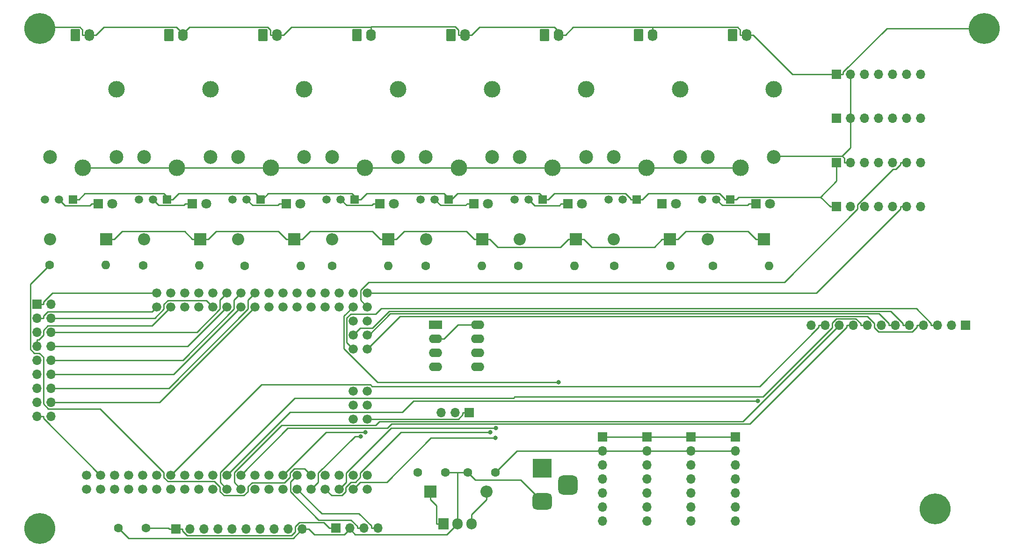
<source format=gbr>
%TF.GenerationSoftware,KiCad,Pcbnew,7.0.2*%
%TF.CreationDate,2023-11-03T08:34:37+00:00*%
%TF.ProjectId,quizbuzzer,7175697a-6275-47a7-9a65-722e6b696361,V0.1.2*%
%TF.SameCoordinates,Original*%
%TF.FileFunction,Copper,L1,Top*%
%TF.FilePolarity,Positive*%
%FSLAX46Y46*%
G04 Gerber Fmt 4.6, Leading zero omitted, Abs format (unit mm)*
G04 Created by KiCad (PCBNEW 7.0.2) date 2023-11-03 08:34:37*
%MOMM*%
%LPD*%
G01*
G04 APERTURE LIST*
G04 Aperture macros list*
%AMRoundRect*
0 Rectangle with rounded corners*
0 $1 Rounding radius*
0 $2 $3 $4 $5 $6 $7 $8 $9 X,Y pos of 4 corners*
0 Add a 4 corners polygon primitive as box body*
4,1,4,$2,$3,$4,$5,$6,$7,$8,$9,$2,$3,0*
0 Add four circle primitives for the rounded corners*
1,1,$1+$1,$2,$3*
1,1,$1+$1,$4,$5*
1,1,$1+$1,$6,$7*
1,1,$1+$1,$8,$9*
0 Add four rect primitives between the rounded corners*
20,1,$1+$1,$2,$3,$4,$5,0*
20,1,$1+$1,$4,$5,$6,$7,0*
20,1,$1+$1,$6,$7,$8,$9,0*
20,1,$1+$1,$8,$9,$2,$3,0*%
G04 Aperture macros list end*
%TA.AperFunction,ComponentPad*%
%ADD10R,1.700000X1.700000*%
%TD*%
%TA.AperFunction,ComponentPad*%
%ADD11O,1.700000X1.700000*%
%TD*%
%TA.AperFunction,ComponentPad*%
%ADD12C,1.600000*%
%TD*%
%TA.AperFunction,ComponentPad*%
%ADD13R,2.200000X2.200000*%
%TD*%
%TA.AperFunction,ComponentPad*%
%ADD14O,2.200000X2.200000*%
%TD*%
%TA.AperFunction,ComponentPad*%
%ADD15R,1.800000X1.800000*%
%TD*%
%TA.AperFunction,ComponentPad*%
%ADD16C,1.800000*%
%TD*%
%TA.AperFunction,ComponentPad*%
%ADD17R,3.500000X3.500000*%
%TD*%
%TA.AperFunction,ComponentPad*%
%ADD18RoundRect,0.750000X1.000000X-0.750000X1.000000X0.750000X-1.000000X0.750000X-1.000000X-0.750000X0*%
%TD*%
%TA.AperFunction,ComponentPad*%
%ADD19RoundRect,0.875000X0.875000X-0.875000X0.875000X0.875000X-0.875000X0.875000X-0.875000X-0.875000X0*%
%TD*%
%TA.AperFunction,ComponentPad*%
%ADD20RoundRect,0.249999X-0.620001X-0.845001X0.620001X-0.845001X0.620001X0.845001X-0.620001X0.845001X0*%
%TD*%
%TA.AperFunction,ComponentPad*%
%ADD21O,1.740000X2.190000*%
%TD*%
%TA.AperFunction,ComponentPad*%
%ADD22C,3.000000*%
%TD*%
%TA.AperFunction,ComponentPad*%
%ADD23C,2.500000*%
%TD*%
%TA.AperFunction,ComponentPad*%
%ADD24R,1.500000X1.500000*%
%TD*%
%TA.AperFunction,ComponentPad*%
%ADD25C,1.500000*%
%TD*%
%TA.AperFunction,ComponentPad*%
%ADD26O,1.600000X1.600000*%
%TD*%
%TA.AperFunction,ComponentPad*%
%ADD27R,1.905000X2.000000*%
%TD*%
%TA.AperFunction,ComponentPad*%
%ADD28O,1.905000X2.000000*%
%TD*%
%TA.AperFunction,ComponentPad*%
%ADD29C,1.676400*%
%TD*%
%TA.AperFunction,ComponentPad*%
%ADD30C,5.600000*%
%TD*%
%TA.AperFunction,ComponentPad*%
%ADD31R,2.400000X1.600000*%
%TD*%
%TA.AperFunction,ComponentPad*%
%ADD32O,2.400000X1.600000*%
%TD*%
%TA.AperFunction,ViaPad*%
%ADD33C,0.800000*%
%TD*%
%TA.AperFunction,Conductor*%
%ADD34C,0.250000*%
%TD*%
G04 APERTURE END LIST*
D10*
%TO.P,J25,1,Pin_1*%
%TO.N,AUX-HEAD-1*%
X26087000Y-66814000D03*
D11*
%TO.P,J25,2,Pin_2*%
%TO.N,AUX-HEAD-9*%
X28627000Y-66814000D03*
%TO.P,J25,3,Pin_3*%
%TO.N,AUX-HEAD-2*%
X26087000Y-69354000D03*
%TO.P,J25,4,Pin_4*%
%TO.N,AUX-HEAD-10*%
X28627000Y-69354000D03*
%TO.P,J25,5,Pin_5*%
%TO.N,AUX-HEAD-3*%
X26087000Y-71894000D03*
%TO.P,J25,6,Pin_6*%
%TO.N,AUX-HEAD-11*%
X28627000Y-71894000D03*
%TO.P,J25,7,Pin_7*%
%TO.N,AUX-HEAD-4*%
X26087000Y-74434000D03*
%TO.P,J25,8,Pin_8*%
%TO.N,AUX-HEAD-12*%
X28627000Y-74434000D03*
%TO.P,J25,9,Pin_9*%
%TO.N,AUX-HEAD-5*%
X26087000Y-76974000D03*
%TO.P,J25,10,Pin_10*%
%TO.N,AUX-HEAD-13*%
X28627000Y-76974000D03*
%TO.P,J25,11,Pin_11*%
%TO.N,AUX-HEAD-6*%
X26087000Y-79514000D03*
%TO.P,J25,12,Pin_12*%
%TO.N,AUX-HEAD-14*%
X28627000Y-79514000D03*
%TO.P,J25,13,Pin_13*%
%TO.N,AUX-HEAD-7*%
X26087000Y-82054000D03*
%TO.P,J25,14,Pin_14*%
%TO.N,AUX-HEAD-15*%
X28627000Y-82054000D03*
%TO.P,J25,15,Pin_15*%
%TO.N,AUX-HEAD-8*%
X26087000Y-84594000D03*
%TO.P,J25,16,Pin_16*%
%TO.N,AUX-HEAD-16*%
X28627000Y-84594000D03*
%TO.P,J25,17,Pin_17*%
%TO.N,GND*%
X26087000Y-87134000D03*
%TO.P,J25,18,Pin_18*%
%TO.N,+5V*%
X28627000Y-87134000D03*
%TD*%
D12*
%TO.P,C2,1*%
%TO.N,+12V*%
X95013000Y-97292000D03*
%TO.P,C2,2*%
%TO.N,GND*%
X100013000Y-97292000D03*
%TD*%
%TO.P,C3,1*%
%TO.N,+5V*%
X109113000Y-97292000D03*
%TO.P,C3,2*%
%TO.N,GND*%
X104113000Y-97292000D03*
%TD*%
D13*
%TO.P,D1,1,K*%
%TO.N,+12V*%
X97363000Y-100812000D03*
D14*
%TO.P,D1,2,A*%
%TO.N,+5V*%
X107523000Y-100812000D03*
%TD*%
D13*
%TO.P,D2,1,K*%
%TO.N,+5V*%
X38691000Y-55050000D03*
D14*
%TO.P,D2,2,A*%
%TO.N,Net-(D2-A)*%
X28531000Y-55050000D03*
%TD*%
D13*
%TO.P,D4,1,K*%
%TO.N,+5V*%
X72691000Y-55050000D03*
D14*
%TO.P,D4,2,A*%
%TO.N,Net-(D4-A)*%
X62531000Y-55050000D03*
%TD*%
D13*
%TO.P,D5,1,K*%
%TO.N,+5V*%
X89691000Y-55050000D03*
D14*
%TO.P,D5,2,A*%
%TO.N,Net-(D5-A)*%
X79531000Y-55050000D03*
%TD*%
D15*
%TO.P,D6,1,K*%
%TO.N,Net-(D6-K)*%
X37211000Y-48640000D03*
D16*
%TO.P,D6,2,A*%
%TO.N,Net-(D6-A)*%
X39751000Y-48640000D03*
%TD*%
D15*
%TO.P,D7,1,K*%
%TO.N,Net-(D7-K)*%
X54211000Y-48640000D03*
D16*
%TO.P,D7,2,A*%
%TO.N,Net-(D7-A)*%
X56751000Y-48640000D03*
%TD*%
D15*
%TO.P,D8,1,K*%
%TO.N,Net-(D8-K)*%
X71211000Y-48640000D03*
D16*
%TO.P,D8,2,A*%
%TO.N,Net-(D8-A)*%
X73751000Y-48640000D03*
%TD*%
D15*
%TO.P,D9,1,K*%
%TO.N,Net-(D9-K)*%
X88211000Y-48640000D03*
D16*
%TO.P,D9,2,A*%
%TO.N,Net-(D9-A)*%
X90751000Y-48640000D03*
%TD*%
D13*
%TO.P,D10,1,K*%
%TO.N,+5V*%
X106691000Y-55050000D03*
D14*
%TO.P,D10,2,A*%
%TO.N,Net-(D10-A)*%
X96531000Y-55050000D03*
%TD*%
D13*
%TO.P,D11,1,K*%
%TO.N,+5V*%
X123691000Y-55050000D03*
D14*
%TO.P,D11,2,A*%
%TO.N,Net-(D11-A)*%
X113531000Y-55050000D03*
%TD*%
D13*
%TO.P,D12,1,K*%
%TO.N,+5V*%
X140691000Y-55050000D03*
D14*
%TO.P,D12,2,A*%
%TO.N,Net-(D12-A)*%
X130531000Y-55050000D03*
%TD*%
D13*
%TO.P,D13,1,K*%
%TO.N,+5V*%
X157691000Y-55050000D03*
D14*
%TO.P,D13,2,A*%
%TO.N,Net-(D13-A)*%
X147531000Y-55050000D03*
%TD*%
D15*
%TO.P,D14,1,K*%
%TO.N,Net-(D14-K)*%
X105211000Y-48640000D03*
D16*
%TO.P,D14,2,A*%
%TO.N,Net-(D14-A)*%
X107751000Y-48640000D03*
%TD*%
D15*
%TO.P,D15,1,K*%
%TO.N,Net-(D15-K)*%
X122211000Y-48640000D03*
D16*
%TO.P,D15,2,A*%
%TO.N,Net-(D15-A)*%
X124751000Y-48640000D03*
%TD*%
D15*
%TO.P,D16,1,K*%
%TO.N,Net-(D16-K)*%
X139211000Y-48640000D03*
D16*
%TO.P,D16,2,A*%
%TO.N,Net-(D16-A)*%
X141751000Y-48640000D03*
%TD*%
D15*
%TO.P,D17,1,K*%
%TO.N,Net-(D17-K)*%
X156211000Y-48640000D03*
D16*
%TO.P,D17,2,A*%
%TO.N,Net-(D17-A)*%
X158751000Y-48640000D03*
%TD*%
D10*
%TO.P,J1,1,Pin_1*%
%TO.N,+5V*%
X51275000Y-107574000D03*
D11*
%TO.P,J1,2,Pin_2*%
%TO.N,Net-(J1-Pin_2)*%
X53815000Y-107574000D03*
%TO.P,J1,3,Pin_3*%
%TO.N,Net-(J1-Pin_3)*%
X56355000Y-107574000D03*
%TO.P,J1,4,Pin_4*%
%TO.N,Net-(J1-Pin_4)*%
X58895000Y-107574000D03*
%TO.P,J1,5,Pin_5*%
%TO.N,Net-(J1-Pin_5)*%
X61435000Y-107574000D03*
%TO.P,J1,6,Pin_6*%
%TO.N,Net-(J1-Pin_6)*%
X63975000Y-107574000D03*
%TO.P,J1,7,Pin_7*%
%TO.N,Net-(J1-Pin_7)*%
X66515000Y-107574000D03*
%TO.P,J1,8,Pin_8*%
%TO.N,Net-(J1-Pin_8)*%
X69055000Y-107574000D03*
%TO.P,J1,9,Pin_9*%
%TO.N,Net-(J1-Pin_9)*%
X71595000Y-107574000D03*
%TO.P,J1,10,Pin_10*%
%TO.N,GND*%
X74135000Y-107574000D03*
%TD*%
D10*
%TO.P,J3,1,Pin_1*%
%TO.N,+5V*%
X80183000Y-107377000D03*
D11*
%TO.P,J3,2,Pin_2*%
%TO.N,GND*%
X82723000Y-107377000D03*
%TO.P,J3,3,Pin_3*%
%TO.N,SDA*%
X85263000Y-107377000D03*
%TO.P,J3,4,Pin_4*%
%TO.N,SCL*%
X87803000Y-107377000D03*
%TD*%
D17*
%TO.P,J4,1*%
%TO.N,+12V*%
X117543000Y-96572000D03*
D18*
%TO.P,J4,2*%
%TO.N,GND*%
X117543000Y-102572000D03*
D19*
%TO.P,J4,3*%
X122243000Y-99572000D03*
%TD*%
D20*
%TO.P,J15,1,Pin_1*%
%TO.N,Net-(J15-Pin_1)*%
X33021000Y-18080000D03*
D21*
%TO.P,J15,2,Pin_2*%
%TO.N,GND*%
X35561000Y-18080000D03*
%TD*%
D20*
%TO.P,J16,1,Pin_1*%
%TO.N,Net-(J16-Pin_1)*%
X50021000Y-18080000D03*
D21*
%TO.P,J16,2,Pin_2*%
%TO.N,GND*%
X52561000Y-18080000D03*
%TD*%
D20*
%TO.P,J18,1,Pin_1*%
%TO.N,Net-(J18-Pin_1)*%
X84021000Y-18080000D03*
D21*
%TO.P,J18,2,Pin_2*%
%TO.N,GND*%
X86561000Y-18080000D03*
%TD*%
D20*
%TO.P,J19,1,Pin_1*%
%TO.N,Net-(J19-Pin_1)*%
X101021000Y-18080000D03*
D21*
%TO.P,J19,2,Pin_2*%
%TO.N,GND*%
X103561000Y-18080000D03*
%TD*%
D20*
%TO.P,J20,1,Pin_1*%
%TO.N,Net-(J20-Pin_1)*%
X118021000Y-18080000D03*
D21*
%TO.P,J20,2,Pin_2*%
%TO.N,GND*%
X120561000Y-18080000D03*
%TD*%
D20*
%TO.P,J21,1,Pin_1*%
%TO.N,Net-(J21-Pin_1)*%
X135021000Y-18080000D03*
D21*
%TO.P,J21,2,Pin_2*%
%TO.N,GND*%
X137561000Y-18080000D03*
%TD*%
D20*
%TO.P,J22,1,Pin_1*%
%TO.N,Net-(J22-Pin_1)*%
X152021000Y-18080000D03*
D21*
%TO.P,J22,2,Pin_2*%
%TO.N,GND*%
X154561000Y-18080000D03*
%TD*%
D22*
%TO.P,K1,1*%
%TO.N,+12V*%
X34451000Y-42080000D03*
D23*
%TO.P,K1,2*%
%TO.N,+5V*%
X40501000Y-40130000D03*
D22*
%TO.P,K1,3*%
%TO.N,Net-(J15-Pin_1)*%
X40501000Y-27930000D03*
D23*
%TO.P,K1,5*%
%TO.N,Net-(D2-A)*%
X28501000Y-40130000D03*
%TD*%
D22*
%TO.P,K2,1*%
%TO.N,+12V*%
X51451000Y-42080000D03*
D23*
%TO.P,K2,2*%
%TO.N,+5V*%
X57501000Y-40130000D03*
D22*
%TO.P,K2,3*%
%TO.N,Net-(J16-Pin_1)*%
X57501000Y-27930000D03*
D23*
%TO.P,K2,5*%
%TO.N,Net-(D3-A)*%
X45501000Y-40130000D03*
%TD*%
D22*
%TO.P,K3,1*%
%TO.N,+12V*%
X68451000Y-42080000D03*
D23*
%TO.P,K3,2*%
%TO.N,+5V*%
X74501000Y-40130000D03*
D22*
%TO.P,K3,3*%
%TO.N,Net-(J17-Pin_1)*%
X74501000Y-27930000D03*
D23*
%TO.P,K3,5*%
%TO.N,Net-(D4-A)*%
X62501000Y-40130000D03*
%TD*%
D22*
%TO.P,K4,1*%
%TO.N,+12V*%
X85451000Y-42080000D03*
D23*
%TO.P,K4,2*%
%TO.N,+5V*%
X91501000Y-40130000D03*
D22*
%TO.P,K4,3*%
%TO.N,Net-(J18-Pin_1)*%
X91501000Y-27930000D03*
D23*
%TO.P,K4,5*%
%TO.N,Net-(D5-A)*%
X79501000Y-40130000D03*
%TD*%
D22*
%TO.P,K5,1*%
%TO.N,+12V*%
X102451000Y-42080000D03*
D23*
%TO.P,K5,2*%
%TO.N,+5V*%
X108501000Y-40130000D03*
D22*
%TO.P,K5,3*%
%TO.N,Net-(J19-Pin_1)*%
X108501000Y-27930000D03*
D23*
%TO.P,K5,5*%
%TO.N,Net-(D10-A)*%
X96501000Y-40130000D03*
%TD*%
D22*
%TO.P,K6,1*%
%TO.N,+12V*%
X119451000Y-42080000D03*
D23*
%TO.P,K6,2*%
%TO.N,+5V*%
X125501000Y-40130000D03*
D22*
%TO.P,K6,3*%
%TO.N,Net-(J20-Pin_1)*%
X125501000Y-27930000D03*
D23*
%TO.P,K6,5*%
%TO.N,Net-(D11-A)*%
X113501000Y-40130000D03*
%TD*%
D22*
%TO.P,K7,1*%
%TO.N,+12V*%
X136451000Y-42080000D03*
D23*
%TO.P,K7,2*%
%TO.N,+5V*%
X142501000Y-40130000D03*
D22*
%TO.P,K7,3*%
%TO.N,Net-(J21-Pin_1)*%
X142501000Y-27930000D03*
D23*
%TO.P,K7,5*%
%TO.N,Net-(D12-A)*%
X130501000Y-40130000D03*
%TD*%
D22*
%TO.P,K8,1*%
%TO.N,+12V*%
X153451000Y-42080000D03*
D23*
%TO.P,K8,2*%
%TO.N,+5V*%
X159501000Y-40130000D03*
D22*
%TO.P,K8,3*%
%TO.N,Net-(J22-Pin_1)*%
X159501000Y-27930000D03*
D23*
%TO.P,K8,5*%
%TO.N,Net-(D13-A)*%
X147501000Y-40130000D03*
%TD*%
D24*
%TO.P,Q1,1,E*%
%TO.N,GND*%
X32621000Y-47840000D03*
D25*
%TO.P,Q1,2,B*%
%TO.N,Net-(D6-K)*%
X30081000Y-47840000D03*
%TO.P,Q1,3,C*%
%TO.N,Net-(D2-A)*%
X27541000Y-47840000D03*
%TD*%
D24*
%TO.P,Q2,1,E*%
%TO.N,GND*%
X49621000Y-47840000D03*
D25*
%TO.P,Q2,2,B*%
%TO.N,Net-(D7-K)*%
X47081000Y-47840000D03*
%TO.P,Q2,3,C*%
%TO.N,Net-(D3-A)*%
X44541000Y-47840000D03*
%TD*%
D24*
%TO.P,Q3,1,E*%
%TO.N,GND*%
X66621000Y-47840000D03*
D25*
%TO.P,Q3,2,B*%
%TO.N,Net-(D8-K)*%
X64081000Y-47840000D03*
%TO.P,Q3,3,C*%
%TO.N,Net-(D4-A)*%
X61541000Y-47840000D03*
%TD*%
D24*
%TO.P,Q4,1,E*%
%TO.N,GND*%
X83621000Y-47840000D03*
D25*
%TO.P,Q4,2,B*%
%TO.N,Net-(D9-K)*%
X81081000Y-47840000D03*
%TO.P,Q4,3,C*%
%TO.N,Net-(D5-A)*%
X78541000Y-47840000D03*
%TD*%
D24*
%TO.P,Q5,1,E*%
%TO.N,GND*%
X100621000Y-47840000D03*
D25*
%TO.P,Q5,2,B*%
%TO.N,Net-(D14-K)*%
X98081000Y-47840000D03*
%TO.P,Q5,3,C*%
%TO.N,Net-(D10-A)*%
X95541000Y-47840000D03*
%TD*%
D24*
%TO.P,Q6,1,E*%
%TO.N,GND*%
X117621000Y-47840000D03*
D25*
%TO.P,Q6,2,B*%
%TO.N,Net-(D15-K)*%
X115081000Y-47840000D03*
%TO.P,Q6,3,C*%
%TO.N,Net-(D11-A)*%
X112541000Y-47840000D03*
%TD*%
D24*
%TO.P,Q7,1,E*%
%TO.N,GND*%
X134621000Y-47840000D03*
D25*
%TO.P,Q7,2,B*%
%TO.N,Net-(D16-K)*%
X132081000Y-47840000D03*
%TO.P,Q7,3,C*%
%TO.N,Net-(D12-A)*%
X129541000Y-47840000D03*
%TD*%
D24*
%TO.P,Q8,1,E*%
%TO.N,GND*%
X151621000Y-47840000D03*
D25*
%TO.P,Q8,2,B*%
%TO.N,Net-(D17-K)*%
X149081000Y-47840000D03*
%TO.P,Q8,3,C*%
%TO.N,Net-(D13-A)*%
X146541000Y-47840000D03*
%TD*%
D12*
%TO.P,R9,1*%
%TO.N,Lamp1*%
X28391000Y-59760000D03*
D26*
%TO.P,R9,2*%
%TO.N,Net-(D6-A)*%
X38551000Y-59760000D03*
%TD*%
D12*
%TO.P,R10,1*%
%TO.N,Lamp3*%
X45311000Y-59770000D03*
D26*
%TO.P,R10,2*%
%TO.N,Net-(D7-A)*%
X55471000Y-59770000D03*
%TD*%
D12*
%TO.P,R11,1*%
%TO.N,Lamp5*%
X63711000Y-59900000D03*
D26*
%TO.P,R11,2*%
%TO.N,Net-(D8-A)*%
X73871000Y-59900000D03*
%TD*%
D12*
%TO.P,R12,1*%
%TO.N,Lamp7*%
X79581000Y-59900000D03*
D26*
%TO.P,R12,2*%
%TO.N,Net-(D9-A)*%
X89741000Y-59900000D03*
%TD*%
D12*
%TO.P,R13,1*%
%TO.N,Lamp2*%
X96481000Y-59900000D03*
D26*
%TO.P,R13,2*%
%TO.N,Net-(D14-A)*%
X106641000Y-59900000D03*
%TD*%
D12*
%TO.P,R14,1*%
%TO.N,Lamp4*%
X113261000Y-59900000D03*
D26*
%TO.P,R14,2*%
%TO.N,Net-(D15-A)*%
X123421000Y-59900000D03*
%TD*%
D12*
%TO.P,R15,1*%
%TO.N,Lamp6*%
X130561000Y-59900000D03*
D26*
%TO.P,R15,2*%
%TO.N,Net-(D16-A)*%
X140721000Y-59900000D03*
%TD*%
D12*
%TO.P,R16,1*%
%TO.N,Lamp8*%
X148491000Y-59900000D03*
D26*
%TO.P,R16,2*%
%TO.N,Net-(D17-A)*%
X158651000Y-59900000D03*
%TD*%
D27*
%TO.P,U1,1,IN*%
%TO.N,+12V*%
X99703000Y-106602000D03*
D28*
%TO.P,U1,2,GND*%
%TO.N,GND*%
X102243000Y-106602000D03*
%TO.P,U1,3,OUT*%
%TO.N,+5V*%
X104783000Y-106602000D03*
%TD*%
D29*
%TO.P,XA1,3V3,3.3V*%
%TO.N,unconnected-(XA1-3.3V-Pad3V3)*%
X42724000Y-97785000D03*
X42724000Y-100325000D03*
%TO.P,XA1,5V1,5V*%
%TO.N,+5V*%
X40184000Y-97785000D03*
%TO.P,XA1,5V2,SPI_5V*%
X40184000Y-100325000D03*
%TO.P,XA1,5V3,5V*%
X85904000Y-82545000D03*
%TO.P,XA1,A0,A0*%
%TO.N,AUX-HEAD-1*%
X47804000Y-64765000D03*
%TO.P,XA1,A1,A1*%
%TO.N,AUX-HEAD-2*%
X47804000Y-67305000D03*
%TO.P,XA1,A2,A2*%
%TO.N,AUX-HEAD-3*%
X50344000Y-64765000D03*
%TO.P,XA1,A3,A3*%
%TO.N,AUX-HEAD-4*%
X50344000Y-67305000D03*
%TO.P,XA1,A4,A4*%
%TO.N,AUX-HEAD-5*%
X52884000Y-64765000D03*
%TO.P,XA1,A5,A5*%
%TO.N,AUX-HEAD-6*%
X52884000Y-67305000D03*
%TO.P,XA1,A6,A6*%
%TO.N,AUX-HEAD-7*%
X55424000Y-64765000D03*
%TO.P,XA1,A7,A7*%
%TO.N,AUX-HEAD-8*%
X55424000Y-67305000D03*
%TO.P,XA1,A8,A8*%
%TO.N,AUX-HEAD-9*%
X57964000Y-64765000D03*
%TO.P,XA1,A9,A9*%
%TO.N,AUX-HEAD-10*%
X57964000Y-67305000D03*
%TO.P,XA1,A10,A10*%
%TO.N,AUX-HEAD-11*%
X60504000Y-64765000D03*
%TO.P,XA1,A11,A11*%
%TO.N,AUX-HEAD-12*%
X60504000Y-67305000D03*
%TO.P,XA1,A12,A12*%
%TO.N,AUX-HEAD-13*%
X63044000Y-64765000D03*
%TO.P,XA1,A13,A13*%
%TO.N,AUX-HEAD-14*%
X63044000Y-67305000D03*
%TO.P,XA1,A14,A14*%
%TO.N,AUX-HEAD-15*%
X65584000Y-64765000D03*
%TO.P,XA1,A15,A15*%
%TO.N,AUX-HEAD-16*%
X65584000Y-67305000D03*
%TO.P,XA1,AREF,AREF*%
%TO.N,unconnected-(XA1-PadAREF)*%
X45264000Y-97785000D03*
%TO.P,XA1,D0,D0_RX0*%
%TO.N,unconnected-(XA1-D0_RX0-PadD0)*%
X47804000Y-97785000D03*
%TO.P,XA1,D1,D1_TX0*%
%TO.N,unconnected-(XA1-D1_TX0-PadD1)*%
X47804000Y-100325000D03*
%TO.P,XA1,D2,D2_INT0*%
%TO.N,MP3_EN*%
X50344000Y-97785000D03*
%TO.P,XA1,D3,D3_INT1*%
%TO.N,unconnected-(XA1-D3_INT1-PadD3)*%
X50344000Y-100325000D03*
%TO.P,XA1,D4,D4*%
%TO.N,unconnected-(XA1-PadD4)*%
X52884000Y-97785000D03*
%TO.P,XA1,D5,D5*%
%TO.N,unconnected-(XA1-PadD5)*%
X52884000Y-100325000D03*
%TO.P,XA1,D6,D6*%
%TO.N,unconnected-(XA1-PadD6)*%
X55424000Y-97785000D03*
%TO.P,XA1,D7,D7*%
%TO.N,unconnected-(XA1-PadD7)*%
X55424000Y-100325000D03*
%TO.P,XA1,D8,D8*%
%TO.N,unconnected-(XA1-PadD8)*%
X57964000Y-97785000D03*
%TO.P,XA1,D9,D9*%
%TO.N,unconnected-(XA1-PadD9)*%
X57964000Y-100325000D03*
%TO.P,XA1,D10,D10*%
%TO.N,PORTB_4*%
X60504000Y-97785000D03*
%TO.P,XA1,D11,D11*%
%TO.N,PORTB_5*%
X60504000Y-100325000D03*
%TO.P,XA1,D12,D12*%
%TO.N,PORTB_6*%
X63044000Y-97785000D03*
%TO.P,XA1,D13,D13*%
%TO.N,PORTB_7*%
X63044000Y-100325000D03*
%TO.P,XA1,D14,D14_TX3*%
%TO.N,unconnected-(XA1-D14_TX3-PadD14)*%
X65584000Y-97785000D03*
%TO.P,XA1,D15,D15_RX3*%
%TO.N,unconnected-(XA1-D15_RX3-PadD15)*%
X65584000Y-100325000D03*
%TO.P,XA1,D16,D16_TX2*%
%TO.N,unconnected-(XA1-D16_TX2-PadD16)*%
X68124000Y-97785000D03*
%TO.P,XA1,D17,D17_RX2*%
%TO.N,unconnected-(XA1-D17_RX2-PadD17)*%
X68124000Y-100325000D03*
%TO.P,XA1,D18,D18_TX1*%
%TO.N,DMX-TX*%
X70664000Y-97785000D03*
%TO.P,XA1,D19,D19_RX1*%
%TO.N,DMX-RX*%
X70664000Y-100325000D03*
%TO.P,XA1,D20,D20_SDA*%
%TO.N,SDA*%
X73204000Y-97785000D03*
%TO.P,XA1,D21,D21_SCL*%
%TO.N,SCL*%
X73204000Y-100325000D03*
%TO.P,XA1,D22,D22*%
%TO.N,Lamp1*%
X75744000Y-97785000D03*
%TO.P,XA1,D23,D23*%
%TO.N,Lamp2*%
X75744000Y-100325000D03*
%TO.P,XA1,D24,D24*%
%TO.N,Lamp3*%
X78284000Y-97785000D03*
%TO.P,XA1,D25,D25*%
%TO.N,Lamp4*%
X78284000Y-100325000D03*
%TO.P,XA1,D26,D26*%
%TO.N,Lamp5*%
X80824000Y-97785000D03*
%TO.P,XA1,D27,D27*%
%TO.N,Lamp6*%
X80824000Y-100325000D03*
%TO.P,XA1,D28,D28*%
%TO.N,Lamp7*%
X83364000Y-97785000D03*
%TO.P,XA1,D29,D29*%
%TO.N,Lamp8*%
X83364000Y-100325000D03*
%TO.P,XA1,D30,D30*%
%TO.N,Net-(J1-Pin_2)*%
X85904000Y-97785000D03*
%TO.P,XA1,D31,D31*%
%TO.N,Net-(J1-Pin_3)*%
X85904000Y-100325000D03*
%TO.P,XA1,D32,D32*%
%TO.N,Net-(J1-Pin_4)*%
X68124000Y-64765000D03*
%TO.P,XA1,D33,D33*%
%TO.N,Net-(J1-Pin_5)*%
X68124000Y-67305000D03*
%TO.P,XA1,D34,D34*%
%TO.N,Net-(J1-Pin_6)*%
X70664000Y-64765000D03*
%TO.P,XA1,D35,D35*%
%TO.N,Net-(J1-Pin_7)*%
X70664000Y-67305000D03*
%TO.P,XA1,D36,D36*%
%TO.N,Net-(J1-Pin_8)*%
X73204000Y-64765000D03*
%TO.P,XA1,D37,D37*%
%TO.N,Net-(J1-Pin_9)*%
X73204000Y-67305000D03*
%TO.P,XA1,D38,D38*%
%TO.N,unconnected-(XA1-PadD38)*%
X75744000Y-64765000D03*
%TO.P,XA1,D39,D39*%
%TO.N,unconnected-(XA1-PadD39)*%
X75744000Y-67305000D03*
%TO.P,XA1,D40,D40*%
%TO.N,unconnected-(XA1-PadD40)*%
X78284000Y-64765000D03*
%TO.P,XA1,D41,D41*%
%TO.N,unconnected-(XA1-PadD41)*%
X78284000Y-67305000D03*
%TO.P,XA1,D42,D42*%
%TO.N,Rec1*%
X80824000Y-64765000D03*
%TO.P,XA1,D43,D43*%
%TO.N,Rec2*%
X80824000Y-67305000D03*
%TO.P,XA1,D44,D44*%
%TO.N,Rec3*%
X83364000Y-64765000D03*
%TO.P,XA1,D45,D45*%
%TO.N,Rec4*%
X83364000Y-67305000D03*
%TO.P,XA1,D46,D46*%
%TO.N,Rec5*%
X85904000Y-64765000D03*
%TO.P,XA1,D47,D47*%
%TO.N,Rec6*%
X85904000Y-67305000D03*
%TO.P,XA1,D48,D48*%
%TO.N,Rec7*%
X85904000Y-69845000D03*
%TO.P,XA1,D49,D49*%
%TO.N,Rec8*%
X83364000Y-69845000D03*
%TO.P,XA1,D50,D50*%
%TO.N,PORTB_3*%
X85904000Y-72385000D03*
%TO.P,XA1,D51,D51*%
%TO.N,PORTB_2*%
X83364000Y-72385000D03*
%TO.P,XA1,D52,D52*%
%TO.N,PORTB_1*%
X85904000Y-74925000D03*
%TO.P,XA1,D53,D53_SS*%
%TO.N,PORTB_0*%
X83364000Y-74925000D03*
%TO.P,XA1,GND1,GND*%
%TO.N,GND*%
X37644000Y-97785000D03*
%TO.P,XA1,GND2,GND*%
X37644000Y-100325000D03*
%TO.P,XA1,GND3,GND*%
X85904000Y-87625000D03*
%TO.P,XA1,MISO,SPI_MISO*%
%TO.N,unconnected-(XA1-SPI_MISO-PadMISO)*%
X83364000Y-82545000D03*
%TO.P,XA1,MOSI,SPI_MOSI*%
%TO.N,unconnected-(XA1-SPI_MOSI-PadMOSI)*%
X85904000Y-85085000D03*
%TO.P,XA1,RST,RESET*%
%TO.N,unconnected-(XA1-RESET-PadRST)*%
X45264000Y-100325000D03*
%TO.P,XA1,RST1,RESET*%
%TO.N,unconnected-(XA1-RESET-PadRST1)*%
X83364000Y-87625000D03*
%TO.P,XA1,SCK,SPI_SCK*%
%TO.N,unconnected-(XA1-SPI_SCK-PadSCK)*%
X83364000Y-85085000D03*
%TO.P,XA1,VIN,VIN*%
%TO.N,unconnected-(XA1-PadVIN)*%
X35104000Y-97785000D03*
X35104000Y-100325000D03*
%TD*%
D12*
%TO.P,C1,1*%
%TO.N,GND*%
X40864000Y-107358000D03*
%TO.P,C1,2*%
%TO.N,+5V*%
X45864000Y-107358000D03*
%TD*%
D10*
%TO.P,J2,1,Pin_1*%
%TO.N,GND*%
X194157000Y-70658000D03*
D11*
%TO.P,J2,2,Pin_2*%
%TO.N,+5V*%
X191617000Y-70658000D03*
%TO.P,J2,3,Pin_3*%
%TO.N,PORTB_0*%
X189077000Y-70658000D03*
%TO.P,J2,4,Pin_4*%
%TO.N,PORTB_1*%
X186537000Y-70658000D03*
%TO.P,J2,5,Pin_5*%
%TO.N,PORTB_2*%
X183997000Y-70658000D03*
%TO.P,J2,6,Pin_6*%
%TO.N,PORTB_3*%
X181457000Y-70658000D03*
%TO.P,J2,7,Pin_7*%
%TO.N,PORTB_4*%
X178917000Y-70658000D03*
%TO.P,J2,8,Pin_8*%
%TO.N,PORTB_5*%
X176377000Y-70658000D03*
%TO.P,J2,9,Pin_9*%
%TO.N,PORTB_6*%
X173837000Y-70658000D03*
%TO.P,J2,10,Pin_10*%
%TO.N,PORTB_7*%
X171297000Y-70658000D03*
%TO.P,J2,11,Pin_11*%
%TO.N,MP3_EN*%
X168757000Y-70658000D03*
%TO.P,J2,12,Pin_12*%
%TO.N,GND*%
X166217000Y-70658000D03*
%TD*%
D30*
%TO.P,H1,1,1*%
%TO.N,GND*%
X26643000Y-107440000D03*
%TD*%
%TO.P,H2,1,1*%
%TO.N,GND*%
X188648000Y-103941000D03*
%TD*%
%TO.P,H3,1,1*%
%TO.N,GND*%
X26643000Y-16910000D03*
%TD*%
%TO.P,H4,1,1*%
%TO.N,GND*%
X197545000Y-16910000D03*
%TD*%
D13*
%TO.P,D3,1,K*%
%TO.N,+5V*%
X55691000Y-55050000D03*
D14*
%TO.P,D3,2,A*%
%TO.N,Net-(D3-A)*%
X45531000Y-55050000D03*
%TD*%
D20*
%TO.P,J17,1,Pin_1*%
%TO.N,Net-(J17-Pin_1)*%
X67021000Y-18080000D03*
D21*
%TO.P,J17,2,Pin_2*%
%TO.N,GND*%
X69561000Y-18080000D03*
%TD*%
D10*
%TO.P,J6,1,Pin_1*%
%TO.N,GND*%
X136506000Y-90847000D03*
D11*
%TO.P,J6,2,Pin_2*%
%TO.N,+5V*%
X136506000Y-93387000D03*
%TO.P,J6,3,Pin_3*%
%TO.N,unconnected-(J6-Pin_3-Pad3)*%
X136506000Y-95927000D03*
%TO.P,J6,4,Pin_4*%
%TO.N,unconnected-(J6-Pin_4-Pad4)*%
X136506000Y-98467000D03*
%TO.P,J6,5,Pin_5*%
%TO.N,unconnected-(J6-Pin_5-Pad5)*%
X136506000Y-101007000D03*
%TO.P,J6,6,Pin_6*%
%TO.N,Rec2*%
X136506000Y-103547000D03*
%TO.P,J6,7,Pin_7*%
%TO.N,unconnected-(J6-Pin_7-Pad7)*%
X136506000Y-106087000D03*
%TD*%
D10*
%TO.P,J11,1,Pin_1*%
%TO.N,GND*%
X170851000Y-41168000D03*
D11*
%TO.P,J11,2,Pin_2*%
%TO.N,+5V*%
X173391000Y-41168000D03*
%TO.P,J11,3,Pin_3*%
%TO.N,unconnected-(J11-Pin_3-Pad3)*%
X175931000Y-41168000D03*
%TO.P,J11,4,Pin_4*%
%TO.N,unconnected-(J11-Pin_4-Pad4)*%
X178471000Y-41168000D03*
%TO.P,J11,5,Pin_5*%
%TO.N,unconnected-(J11-Pin_5-Pad5)*%
X181011000Y-41168000D03*
%TO.P,J11,6,Pin_6*%
%TO.N,Rec6*%
X183551000Y-41168000D03*
%TO.P,J11,7,Pin_7*%
%TO.N,unconnected-(J11-Pin_7-Pad7)*%
X186091000Y-41168000D03*
%TD*%
D10*
%TO.P,J12,1,Pin_1*%
%TO.N,GND*%
X170851000Y-33168000D03*
D11*
%TO.P,J12,2,Pin_2*%
%TO.N,+5V*%
X173391000Y-33168000D03*
%TO.P,J12,3,Pin_3*%
%TO.N,unconnected-(J12-Pin_3-Pad3)*%
X175931000Y-33168000D03*
%TO.P,J12,4,Pin_4*%
%TO.N,unconnected-(J12-Pin_4-Pad4)*%
X178471000Y-33168000D03*
%TO.P,J12,5,Pin_5*%
%TO.N,unconnected-(J12-Pin_5-Pad5)*%
X181011000Y-33168000D03*
%TO.P,J12,6,Pin_6*%
%TO.N,Rec7*%
X183551000Y-33168000D03*
%TO.P,J12,7,Pin_7*%
%TO.N,unconnected-(J12-Pin_7-Pad7)*%
X186091000Y-33168000D03*
%TD*%
D10*
%TO.P,J10,1,Pin_1*%
%TO.N,GND*%
X170851000Y-49168000D03*
D11*
%TO.P,J10,2,Pin_2*%
%TO.N,+5V*%
X173391000Y-49168000D03*
%TO.P,J10,3,Pin_3*%
%TO.N,unconnected-(J10-Pin_3-Pad3)*%
X175931000Y-49168000D03*
%TO.P,J10,4,Pin_4*%
%TO.N,unconnected-(J10-Pin_4-Pad4)*%
X178471000Y-49168000D03*
%TO.P,J10,5,Pin_5*%
%TO.N,unconnected-(J10-Pin_5-Pad5)*%
X181011000Y-49168000D03*
%TO.P,J10,6,Pin_6*%
%TO.N,Rec5*%
X183551000Y-49168000D03*
%TO.P,J10,7,Pin_7*%
%TO.N,unconnected-(J10-Pin_7-Pad7)*%
X186091000Y-49168000D03*
%TD*%
D10*
%TO.P,J5,1,Pin_1*%
%TO.N,GND*%
X128506000Y-90847000D03*
D11*
%TO.P,J5,2,Pin_2*%
%TO.N,+5V*%
X128506000Y-93387000D03*
%TO.P,J5,3,Pin_3*%
%TO.N,unconnected-(J5-Pin_3-Pad3)*%
X128506000Y-95927000D03*
%TO.P,J5,4,Pin_4*%
%TO.N,unconnected-(J5-Pin_4-Pad4)*%
X128506000Y-98467000D03*
%TO.P,J5,5,Pin_5*%
%TO.N,unconnected-(J5-Pin_5-Pad5)*%
X128506000Y-101007000D03*
%TO.P,J5,6,Pin_6*%
%TO.N,Rec1*%
X128506000Y-103547000D03*
%TO.P,J5,7,Pin_7*%
%TO.N,unconnected-(J5-Pin_7-Pad7)*%
X128506000Y-106087000D03*
%TD*%
D10*
%TO.P,J13,1,Pin_1*%
%TO.N,GND*%
X170851000Y-25168000D03*
D11*
%TO.P,J13,2,Pin_2*%
%TO.N,+5V*%
X173391000Y-25168000D03*
%TO.P,J13,3,Pin_3*%
%TO.N,unconnected-(J13-Pin_3-Pad3)*%
X175931000Y-25168000D03*
%TO.P,J13,4,Pin_4*%
%TO.N,unconnected-(J13-Pin_4-Pad4)*%
X178471000Y-25168000D03*
%TO.P,J13,5,Pin_5*%
%TO.N,unconnected-(J13-Pin_5-Pad5)*%
X181011000Y-25168000D03*
%TO.P,J13,6,Pin_6*%
%TO.N,Rec8*%
X183551000Y-25168000D03*
%TO.P,J13,7,Pin_7*%
%TO.N,unconnected-(J13-Pin_7-Pad7)*%
X186091000Y-25168000D03*
%TD*%
D10*
%TO.P,J8,1,Pin_1*%
%TO.N,GND*%
X152506000Y-90847000D03*
D11*
%TO.P,J8,2,Pin_2*%
%TO.N,+5V*%
X152506000Y-93387000D03*
%TO.P,J8,3,Pin_3*%
%TO.N,unconnected-(J8-Pin_3-Pad3)*%
X152506000Y-95927000D03*
%TO.P,J8,4,Pin_4*%
%TO.N,unconnected-(J8-Pin_4-Pad4)*%
X152506000Y-98467000D03*
%TO.P,J8,5,Pin_5*%
%TO.N,unconnected-(J8-Pin_5-Pad5)*%
X152506000Y-101007000D03*
%TO.P,J8,6,Pin_6*%
%TO.N,Rec4*%
X152506000Y-103547000D03*
%TO.P,J8,7,Pin_7*%
%TO.N,unconnected-(J8-Pin_7-Pad7)*%
X152506000Y-106087000D03*
%TD*%
D10*
%TO.P,J7,1,Pin_1*%
%TO.N,GND*%
X144506000Y-90847000D03*
D11*
%TO.P,J7,2,Pin_2*%
%TO.N,+5V*%
X144506000Y-93387000D03*
%TO.P,J7,3,Pin_3*%
%TO.N,unconnected-(J7-Pin_3-Pad3)*%
X144506000Y-95927000D03*
%TO.P,J7,4,Pin_4*%
%TO.N,unconnected-(J7-Pin_4-Pad4)*%
X144506000Y-98467000D03*
%TO.P,J7,5,Pin_5*%
%TO.N,unconnected-(J7-Pin_5-Pad5)*%
X144506000Y-101007000D03*
%TO.P,J7,6,Pin_6*%
%TO.N,Rec3*%
X144506000Y-103547000D03*
%TO.P,J7,7,Pin_7*%
%TO.N,unconnected-(J7-Pin_7-Pad7)*%
X144506000Y-106087000D03*
%TD*%
D10*
%TO.P,J26,1,Pin_1*%
%TO.N,GND*%
X104372000Y-86448000D03*
D11*
%TO.P,J26,2,Pin_2*%
%TO.N,Net-(J26-Pin_2)*%
X101832000Y-86448000D03*
%TO.P,J26,3,Pin_3*%
%TO.N,Net-(J26-Pin_3)*%
X99292000Y-86448000D03*
%TD*%
D31*
%TO.P,U2,1,RO*%
%TO.N,unconnected-(U2-RO-Pad1)*%
X98237000Y-70588000D03*
D32*
%TO.P,U2,2,~{RE}*%
%TO.N,+5V*%
X98237000Y-73128000D03*
%TO.P,U2,3,DE*%
X98237000Y-75668000D03*
%TO.P,U2,4,DI*%
%TO.N,DMX-TX*%
X98237000Y-78208000D03*
%TO.P,U2,5,GND*%
%TO.N,GND*%
X105857000Y-78208000D03*
%TO.P,U2,6,A*%
%TO.N,Net-(J26-Pin_3)*%
X105857000Y-75668000D03*
%TO.P,U2,7,B*%
%TO.N,Net-(J26-Pin_2)*%
X105857000Y-73128000D03*
%TO.P,U2,8,VCC*%
%TO.N,+5V*%
X105857000Y-70588000D03*
%TD*%
D33*
%TO.N,DMX-TX*%
X85595200Y-90013700D03*
%TO.N,Lamp8*%
X109051400Y-91071400D03*
%TO.N,Lamp6*%
X109138500Y-89261800D03*
%TO.N,Lamp4*%
X108145600Y-90000500D03*
%TO.N,Lamp2*%
X84695900Y-90758300D03*
%TO.N,Rec4*%
X120539200Y-80970800D03*
%TO.N,PORTB_4*%
X156577600Y-84335900D03*
%TD*%
D34*
%TO.N,AUX-HEAD-16*%
X48295000Y-84594000D02*
X28627000Y-84594000D01*
X65584000Y-67305000D02*
X48295000Y-84594000D01*
%TO.N,AUX-HEAD-15*%
X49960200Y-82054000D02*
X28627000Y-82054000D01*
X64314000Y-67700200D02*
X49960200Y-82054000D01*
X64314000Y-66035000D02*
X64314000Y-67700200D01*
X65584000Y-64765000D02*
X64314000Y-66035000D01*
%TO.N,AUX-HEAD-14*%
X50835000Y-79514000D02*
X28627000Y-79514000D01*
X63044000Y-67305000D02*
X50835000Y-79514000D01*
%TO.N,AUX-HEAD-13*%
X52500200Y-76974000D02*
X28627000Y-76974000D01*
X61774000Y-67700200D02*
X52500200Y-76974000D01*
X61774000Y-66035000D02*
X61774000Y-67700200D01*
X63044000Y-64765000D02*
X61774000Y-66035000D01*
%TO.N,AUX-HEAD-12*%
X53375000Y-74434000D02*
X28627000Y-74434000D01*
X60504000Y-67305000D02*
X53375000Y-74434000D01*
%TO.N,AUX-HEAD-11*%
X55040200Y-71894000D02*
X28627000Y-71894000D01*
X59234000Y-67700200D02*
X55040200Y-71894000D01*
X59234000Y-66035000D02*
X59234000Y-67700200D01*
X60504000Y-64765000D02*
X59234000Y-66035000D01*
%TO.N,AUX-HEAD-10*%
X47412700Y-69354000D02*
X28627000Y-69354000D01*
X49074000Y-67692700D02*
X47412700Y-69354000D01*
X49074000Y-66876000D02*
X49074000Y-67692700D01*
X49808600Y-66141400D02*
X49074000Y-66876000D01*
X56800400Y-66141400D02*
X49808600Y-66141400D01*
X57964000Y-67305000D02*
X56800400Y-66141400D01*
%TO.N,DMX-TX*%
X78435300Y-90013700D02*
X70664000Y-97785000D01*
X85595200Y-90013700D02*
X78435300Y-90013700D01*
%TO.N,AUX-HEAD-2*%
X27262300Y-68986600D02*
X27262300Y-69354000D01*
X28070200Y-68178700D02*
X27262300Y-68986600D01*
X46930300Y-68178700D02*
X28070200Y-68178700D01*
X47804000Y-67305000D02*
X46930300Y-68178700D01*
X26087000Y-69354000D02*
X27262300Y-69354000D01*
%TO.N,AUX-HEAD-4*%
X26454400Y-73258700D02*
X26087000Y-73258700D01*
X27262300Y-72450800D02*
X26454400Y-73258700D01*
X27262300Y-71557700D02*
X27262300Y-72450800D01*
X28101400Y-70718600D02*
X27262300Y-71557700D01*
X46930400Y-70718600D02*
X28101400Y-70718600D01*
X50344000Y-67305000D02*
X46930400Y-70718600D01*
X26087000Y-74434000D02*
X26087000Y-73258700D01*
%TO.N,AUX-HEAD-1*%
X27262300Y-66446700D02*
X27262300Y-66814000D01*
X28944000Y-64765000D02*
X27262300Y-66446700D01*
X47804000Y-64765000D02*
X28944000Y-64765000D01*
X26087000Y-66814000D02*
X27262300Y-66814000D01*
%TO.N,Lamp8*%
X97445200Y-91071400D02*
X109051400Y-91071400D01*
X89461600Y-99055000D02*
X97445200Y-91071400D01*
X84634000Y-99055000D02*
X89461600Y-99055000D01*
X83364000Y-100325000D02*
X84634000Y-99055000D01*
%TO.N,Lamp6*%
X90234500Y-89261800D02*
X109138500Y-89261800D01*
X82094000Y-97402300D02*
X90234500Y-89261800D01*
X82094000Y-99055000D02*
X82094000Y-97402300D01*
X80824000Y-100325000D02*
X82094000Y-99055000D01*
%TO.N,Lamp4*%
X92002900Y-90000500D02*
X108145600Y-90000500D01*
X84634000Y-97369400D02*
X92002900Y-90000500D01*
X84634000Y-98188100D02*
X84634000Y-97369400D01*
X83767100Y-99055000D02*
X84634000Y-98188100D01*
X82960900Y-99055000D02*
X83767100Y-99055000D01*
X81987600Y-100028300D02*
X82960900Y-99055000D01*
X81987600Y-100821100D02*
X81987600Y-100028300D01*
X81318300Y-101490400D02*
X81987600Y-100821100D01*
X79449400Y-101490400D02*
X81318300Y-101490400D01*
X78284000Y-100325000D02*
X79449400Y-101490400D01*
%TO.N,Lamp2*%
X84695900Y-90758400D02*
X84695900Y-90758300D01*
X83655400Y-90758400D02*
X84695900Y-90758400D01*
X77014000Y-97399800D02*
X83655400Y-90758400D01*
X77014000Y-99055000D02*
X77014000Y-97399800D01*
X75744000Y-100325000D02*
X77014000Y-99055000D01*
%TO.N,Lamp1*%
X24911600Y-63239400D02*
X28391000Y-59760000D01*
X24911600Y-75001300D02*
X24911600Y-63239400D01*
X25614300Y-75704000D02*
X24911600Y-75001300D01*
X26518000Y-75704000D02*
X25614300Y-75704000D01*
X27262400Y-76448400D02*
X26518000Y-75704000D01*
X27262400Y-84892000D02*
X27262400Y-76448400D01*
X28139800Y-85769400D02*
X27262400Y-84892000D01*
X37525300Y-85769400D02*
X28139800Y-85769400D01*
X49074000Y-97318100D02*
X37525300Y-85769400D01*
X49074000Y-98214000D02*
X49074000Y-97318100D01*
X49808600Y-98948600D02*
X49074000Y-98214000D01*
X58243800Y-98948600D02*
X49808600Y-98948600D01*
X59234000Y-99938800D02*
X58243800Y-98948600D01*
X59234000Y-100765500D02*
X59234000Y-99938800D01*
X59972600Y-101504100D02*
X59234000Y-100765500D01*
X63578100Y-101504100D02*
X59972600Y-101504100D01*
X64314000Y-100768200D02*
X63578100Y-101504100D01*
X64314000Y-99896000D02*
X64314000Y-100768200D01*
X65048600Y-99161400D02*
X64314000Y-99896000D01*
X70949100Y-99161400D02*
X65048600Y-99161400D01*
X71934000Y-98176500D02*
X70949100Y-99161400D01*
X71934000Y-97386600D02*
X71934000Y-98176500D01*
X72699400Y-96621200D02*
X71934000Y-97386600D01*
X74580200Y-96621200D02*
X72699400Y-96621200D01*
X75744000Y-97785000D02*
X74580200Y-96621200D01*
%TO.N,Rec6*%
X183551000Y-41168000D02*
X182375700Y-41168000D01*
X84713400Y-66114400D02*
X85904000Y-67305000D01*
X84713400Y-64310000D02*
X84713400Y-66114400D01*
X86186700Y-62836700D02*
X84713400Y-64310000D01*
X161399900Y-62836700D02*
X86186700Y-62836700D01*
X174661000Y-49575600D02*
X161399900Y-62836700D01*
X174661000Y-48770400D02*
X174661000Y-49575600D01*
X181088100Y-42343300D02*
X174661000Y-48770400D01*
X181567800Y-42343300D02*
X181088100Y-42343300D01*
X182375700Y-41535400D02*
X181567800Y-42343300D01*
X182375700Y-41168000D02*
X182375700Y-41535400D01*
%TO.N,Rec5*%
X167146000Y-64765000D02*
X85904000Y-64765000D01*
X182375700Y-49535300D02*
X167146000Y-64765000D01*
X182375700Y-49168000D02*
X182375700Y-49535300D01*
X183551000Y-49168000D02*
X182375700Y-49168000D01*
%TO.N,Rec4*%
X81699600Y-68969400D02*
X83364000Y-67305000D01*
X81699600Y-74906100D02*
X81699600Y-68969400D01*
X87764300Y-80970800D02*
X81699600Y-74906100D01*
X120539200Y-80970800D02*
X87764300Y-80970800D01*
%TO.N,MP3_EN*%
X168757000Y-70658000D02*
X167581700Y-70658000D01*
X167581700Y-71025300D02*
X167581700Y-70658000D01*
X156897800Y-81709200D02*
X167581700Y-71025300D01*
X86776500Y-81709200D02*
X156897800Y-81709200D01*
X86448800Y-81381500D02*
X86776500Y-81709200D01*
X66747500Y-81381500D02*
X86448800Y-81381500D01*
X50344000Y-97785000D02*
X66747500Y-81381500D01*
%TO.N,SCL*%
X86627700Y-107009700D02*
X86627700Y-107377000D01*
X84384500Y-104766500D02*
X86627700Y-107009700D01*
X77645500Y-104766500D02*
X84384500Y-104766500D01*
X73204000Y-100325000D02*
X77645500Y-104766500D01*
X87803000Y-107377000D02*
X86627700Y-107377000D01*
%TO.N,SDA*%
X85263000Y-107377000D02*
X84087700Y-107377000D01*
X72013400Y-98975600D02*
X73204000Y-97785000D01*
X72013400Y-100824500D02*
X72013400Y-98975600D01*
X77128200Y-105939300D02*
X72013400Y-100824500D01*
X82951300Y-105939300D02*
X77128200Y-105939300D01*
X84087700Y-107075700D02*
X82951300Y-105939300D01*
X84087700Y-107377000D02*
X84087700Y-107075700D01*
%TO.N,PORTB_0*%
X189077000Y-70658000D02*
X187901700Y-70658000D01*
X187901700Y-70290700D02*
X187901700Y-70658000D01*
X185249500Y-67638500D02*
X187901700Y-70290700D01*
X88392800Y-67638500D02*
X185249500Y-67638500D01*
X87456300Y-68575000D02*
X88392800Y-67638500D01*
X82941600Y-68575000D02*
X87456300Y-68575000D01*
X82180300Y-69336300D02*
X82941600Y-68575000D01*
X82180300Y-73741300D02*
X82180300Y-69336300D01*
X83364000Y-74925000D02*
X82180300Y-73741300D01*
%TO.N,PORTB_7*%
X61853400Y-99134400D02*
X63044000Y-100325000D01*
X61853400Y-97307200D02*
X61853400Y-99134400D01*
X70372000Y-88788600D02*
X61853400Y-97307200D01*
X87380900Y-88788600D02*
X70372000Y-88788600D01*
X88094100Y-88075400D02*
X87380900Y-88788600D01*
X153879600Y-88075400D02*
X88094100Y-88075400D01*
X171297000Y-70658000D02*
X153879600Y-88075400D01*
%TO.N,PORTB_6*%
X173837000Y-70658000D02*
X172661700Y-70658000D01*
X71540600Y-89288400D02*
X63044000Y-97785000D01*
X89550600Y-89288400D02*
X71540600Y-89288400D01*
X90313200Y-88525800D02*
X89550600Y-89288400D01*
X155161200Y-88525800D02*
X90313200Y-88525800D01*
X172661700Y-71025300D02*
X155161200Y-88525800D01*
X172661700Y-70658000D02*
X172661700Y-71025300D01*
%TO.N,PORTB_5*%
X176377000Y-70658000D02*
X175201700Y-70658000D01*
X175201700Y-70328900D02*
X175201700Y-70658000D01*
X174326200Y-69453400D02*
X175201700Y-70328900D01*
X170836800Y-69453400D02*
X174326200Y-69453400D01*
X170027000Y-70263200D02*
X170836800Y-69453400D01*
X170027000Y-71071900D02*
X170027000Y-70263200D01*
X157488300Y-83610600D02*
X170027000Y-71071900D01*
X112563400Y-83610600D02*
X157488300Y-83610600D01*
X112359000Y-83815000D02*
X112563400Y-83610600D01*
X72802400Y-83815000D02*
X112359000Y-83815000D01*
X59313400Y-97304000D02*
X72802400Y-83815000D01*
X59313400Y-99134400D02*
X59313400Y-97304000D01*
X60504000Y-100325000D02*
X59313400Y-99134400D01*
%TO.N,PORTB_4*%
X94233900Y-84335900D02*
X156577600Y-84335900D01*
X92214800Y-86355000D02*
X94233900Y-84335900D01*
X71934000Y-86355000D02*
X92214800Y-86355000D01*
X60504000Y-97785000D02*
X71934000Y-86355000D01*
%TO.N,PORTB_3*%
X181457000Y-70658000D02*
X180281700Y-70658000D01*
X180281700Y-70290700D02*
X180281700Y-70658000D01*
X178537900Y-68546900D02*
X180281700Y-70290700D01*
X90060700Y-68546900D02*
X178537900Y-68546900D01*
X86222600Y-72385000D02*
X90060700Y-68546900D01*
X85904000Y-72385000D02*
X86222600Y-72385000D01*
%TO.N,PORTB_2*%
X183997000Y-70658000D02*
X182821700Y-70658000D01*
X182821700Y-70290700D02*
X182821700Y-70658000D01*
X180627500Y-68096500D02*
X182821700Y-70290700D01*
X89874200Y-68096500D02*
X180627500Y-68096500D01*
X86855700Y-71115000D02*
X89874200Y-68096500D01*
X84634000Y-71115000D02*
X86855700Y-71115000D01*
X83364000Y-72385000D02*
X84634000Y-71115000D01*
%TO.N,PORTB_1*%
X186537000Y-70658000D02*
X185361700Y-70658000D01*
X185361700Y-71025300D02*
X185361700Y-70658000D01*
X184552900Y-71834100D02*
X185361700Y-71025300D01*
X178430300Y-71834100D02*
X184552900Y-71834100D01*
X177699800Y-71103600D02*
X178430300Y-71834100D01*
X177699800Y-70318400D02*
X177699800Y-71103600D01*
X176384500Y-69003100D02*
X177699800Y-70318400D01*
X91825900Y-69003100D02*
X176384500Y-69003100D01*
X85904000Y-74925000D02*
X91825900Y-69003100D01*
%TO.N,Net-(D17-K)*%
X154710300Y-48915400D02*
X154985700Y-48640000D01*
X150156400Y-48915400D02*
X154710300Y-48915400D01*
X149081000Y-47840000D02*
X150156400Y-48915400D01*
X156211000Y-48640000D02*
X154985700Y-48640000D01*
%TO.N,Net-(D15-K)*%
X120688700Y-48937000D02*
X120985700Y-48640000D01*
X116178000Y-48937000D02*
X120688700Y-48937000D01*
X115081000Y-47840000D02*
X116178000Y-48937000D01*
X122211000Y-48640000D02*
X120985700Y-48640000D01*
%TO.N,Net-(D14-K)*%
X103710300Y-48915400D02*
X103985700Y-48640000D01*
X99156400Y-48915400D02*
X103710300Y-48915400D01*
X98081000Y-47840000D02*
X99156400Y-48915400D01*
X105211000Y-48640000D02*
X103985700Y-48640000D01*
%TO.N,Net-(D9-K)*%
X86710300Y-48915400D02*
X86985700Y-48640000D01*
X82156400Y-48915400D02*
X86710300Y-48915400D01*
X81081000Y-47840000D02*
X82156400Y-48915400D01*
X88211000Y-48640000D02*
X86985700Y-48640000D01*
%TO.N,Net-(D8-K)*%
X69710300Y-48915400D02*
X69985700Y-48640000D01*
X65156400Y-48915400D02*
X69710300Y-48915400D01*
X64081000Y-47840000D02*
X65156400Y-48915400D01*
X71211000Y-48640000D02*
X69985700Y-48640000D01*
%TO.N,Net-(D7-K)*%
X52710300Y-48915400D02*
X52985700Y-48640000D01*
X48156400Y-48915400D02*
X52710300Y-48915400D01*
X47081000Y-47840000D02*
X48156400Y-48915400D01*
X54211000Y-48640000D02*
X52985700Y-48640000D01*
%TO.N,Net-(D6-K)*%
X35688700Y-48937000D02*
X35985700Y-48640000D01*
X31178000Y-48937000D02*
X35688700Y-48937000D01*
X30081000Y-47840000D02*
X31178000Y-48937000D01*
X37211000Y-48640000D02*
X35985700Y-48640000D01*
%TO.N,+5V*%
X152506000Y-93387000D02*
X144506000Y-93387000D01*
X144506000Y-93387000D02*
X136506000Y-93387000D01*
X173391000Y-25168000D02*
X173391000Y-33168000D01*
X41541600Y-53624700D02*
X40116300Y-55050000D01*
X52840400Y-53624700D02*
X41541600Y-53624700D01*
X54265700Y-55050000D02*
X52840400Y-53624700D01*
X55691000Y-55050000D02*
X54265700Y-55050000D01*
X38691000Y-55050000D02*
X40116300Y-55050000D01*
X143541600Y-53624700D02*
X142116300Y-55050000D01*
X154840400Y-53624700D02*
X143541600Y-53624700D01*
X156265700Y-55050000D02*
X154840400Y-53624700D01*
X157691000Y-55050000D02*
X156265700Y-55050000D01*
X141403700Y-55050000D02*
X142116300Y-55050000D01*
X141403700Y-55050000D02*
X140691000Y-55050000D01*
X58541600Y-53624700D02*
X57116300Y-55050000D01*
X69840400Y-53624700D02*
X58541600Y-53624700D01*
X71265700Y-55050000D02*
X69840400Y-53624700D01*
X72691000Y-55050000D02*
X71265700Y-55050000D01*
X55691000Y-55050000D02*
X57116300Y-55050000D01*
X52450300Y-107941400D02*
X52450300Y-107574000D01*
X53258200Y-108749300D02*
X52450300Y-107941400D01*
X72153700Y-108749300D02*
X53258200Y-108749300D01*
X72865000Y-108038000D02*
X72153700Y-108749300D01*
X72865000Y-107123300D02*
X72865000Y-108038000D01*
X73598700Y-106389600D02*
X72865000Y-107123300D01*
X78020300Y-106389600D02*
X73598700Y-106389600D01*
X79007700Y-107377000D02*
X78020300Y-106389600D01*
X51275000Y-107574000D02*
X52450300Y-107574000D01*
X80183000Y-107377000D02*
X79007700Y-107377000D01*
X75541600Y-53624700D02*
X74116300Y-55050000D01*
X86840400Y-53624700D02*
X75541600Y-53624700D01*
X88265700Y-55050000D02*
X86840400Y-53624700D01*
X89691000Y-55050000D02*
X88265700Y-55050000D01*
X72691000Y-55050000D02*
X74116300Y-55050000D01*
X92541600Y-53624700D02*
X91116300Y-55050000D01*
X103840400Y-53624700D02*
X92541600Y-53624700D01*
X105265700Y-55050000D02*
X103840400Y-53624700D01*
X89691000Y-55050000D02*
X91116300Y-55050000D01*
X102302300Y-70588000D02*
X99762300Y-73128000D01*
X105857000Y-70588000D02*
X102302300Y-70588000D01*
X98237000Y-73128000D02*
X99762300Y-73128000D01*
X105978400Y-55050000D02*
X105265700Y-55050000D01*
X137840400Y-56475300D02*
X139265700Y-55050000D01*
X126541600Y-56475300D02*
X137840400Y-56475300D01*
X125116300Y-55050000D02*
X126541600Y-56475300D01*
X123691000Y-55050000D02*
X125116300Y-55050000D01*
X140691000Y-55050000D02*
X139265700Y-55050000D01*
X173391000Y-41168000D02*
X172215700Y-41168000D01*
X49883700Y-107358000D02*
X50099700Y-107574000D01*
X45864000Y-107358000D02*
X49883700Y-107358000D01*
X51275000Y-107574000D02*
X50099700Y-107574000D01*
X104783000Y-104977300D02*
X104783000Y-106602000D01*
X107523000Y-102237300D02*
X104783000Y-104977300D01*
X107523000Y-100812000D02*
X107523000Y-102237300D01*
X159638300Y-39992700D02*
X171848500Y-39992700D01*
X159501000Y-40130000D02*
X159638300Y-39992700D01*
X172215700Y-40359900D02*
X172215700Y-41168000D01*
X171848500Y-39992700D02*
X172215700Y-40359900D01*
X173391000Y-38450200D02*
X173391000Y-33168000D01*
X171848500Y-39992700D02*
X173391000Y-38450200D01*
X105978400Y-55050000D02*
X106691000Y-55050000D01*
X120840400Y-56475300D02*
X122265700Y-55050000D01*
X109541600Y-56475300D02*
X120840400Y-56475300D01*
X108116300Y-55050000D02*
X109541600Y-56475300D01*
X106691000Y-55050000D02*
X108116300Y-55050000D01*
X123691000Y-55050000D02*
X122265700Y-55050000D01*
X113018000Y-93387000D02*
X128506000Y-93387000D01*
X109113000Y-97292000D02*
X113018000Y-93387000D01*
X128506000Y-93387000D02*
X136506000Y-93387000D01*
%TO.N,+12V*%
X153451000Y-42080000D02*
X136451000Y-42080000D01*
X136451000Y-42080000D02*
X119451000Y-42080000D01*
X119451000Y-42080000D02*
X102451000Y-42080000D01*
X102451000Y-42080000D02*
X85451000Y-42080000D01*
X85451000Y-42080000D02*
X68451000Y-42080000D01*
X68451000Y-42080000D02*
X51451000Y-42080000D01*
X51451000Y-42080000D02*
X34451000Y-42080000D01*
X98425200Y-103299500D02*
X97363000Y-102237300D01*
X98425200Y-106602000D02*
X98425200Y-103299500D01*
X99703000Y-106602000D02*
X98425200Y-106602000D01*
X97363000Y-100812000D02*
X97363000Y-102237300D01*
%TO.N,GND*%
X152506000Y-90847000D02*
X144506000Y-90847000D01*
X144506000Y-90847000D02*
X136506000Y-90847000D01*
X151621000Y-47840000D02*
X150545700Y-47840000D01*
X150545700Y-47705500D02*
X150545700Y-47840000D01*
X149604900Y-46764700D02*
X150545700Y-47705500D01*
X136771600Y-46764700D02*
X149604900Y-46764700D01*
X135696300Y-47840000D02*
X136771600Y-46764700D01*
X102363700Y-87625000D02*
X85904000Y-87625000D01*
X103196700Y-86792000D02*
X102363700Y-87625000D01*
X103196700Y-86448000D02*
X103196700Y-86792000D01*
X104372000Y-86448000D02*
X103196700Y-86448000D01*
X72484600Y-109224400D02*
X74135000Y-107574000D01*
X42730400Y-109224400D02*
X72484600Y-109224400D01*
X40864000Y-107358000D02*
X42730400Y-109224400D01*
X74135000Y-107574000D02*
X75310300Y-107574000D01*
X82723000Y-107599700D02*
X82723000Y-107377000D01*
X76288600Y-108552300D02*
X75310300Y-107574000D01*
X81770400Y-108552300D02*
X76288600Y-108552300D01*
X82723000Y-107599700D02*
X81770400Y-108552300D01*
X154561000Y-18080000D02*
X153365700Y-18080000D01*
X170851000Y-49168000D02*
X169675700Y-49168000D01*
X151621000Y-47840000D02*
X152696300Y-47840000D01*
X162844300Y-25168000D02*
X155756300Y-18080000D01*
X170851000Y-25168000D02*
X162844300Y-25168000D01*
X154561000Y-18080000D02*
X155756300Y-18080000D01*
X172026300Y-24800700D02*
X172026300Y-25168000D01*
X179917000Y-16910000D02*
X172026300Y-24800700D01*
X197545000Y-16910000D02*
X179917000Y-16910000D01*
X170851000Y-25168000D02*
X172026300Y-25168000D01*
X27262300Y-87516700D02*
X27262300Y-87134000D01*
X37530600Y-97785000D02*
X27262300Y-87516700D01*
X37644000Y-97785000D02*
X37530600Y-97785000D01*
X26087000Y-87134000D02*
X27262300Y-87134000D01*
X135158700Y-47840000D02*
X135696300Y-47840000D01*
X135158700Y-47840000D02*
X134621000Y-47840000D01*
X119771600Y-46764700D02*
X118696300Y-47840000D01*
X132604800Y-46764700D02*
X119771600Y-46764700D01*
X133545700Y-47705600D02*
X132604800Y-46764700D01*
X133545700Y-47840000D02*
X133545700Y-47705600D01*
X134621000Y-47840000D02*
X133545700Y-47840000D01*
X117621000Y-47840000D02*
X118158700Y-47840000D01*
X118158700Y-47840000D02*
X118696300Y-47840000D01*
X102236100Y-46762600D02*
X101158700Y-47840000D01*
X117081300Y-46762600D02*
X102236100Y-46762600D01*
X118158700Y-47840000D02*
X117081300Y-46762600D01*
X170851000Y-44485900D02*
X170851000Y-41168000D01*
X167922300Y-47414600D02*
X170851000Y-44485900D01*
X169675700Y-49168000D02*
X167922300Y-47414600D01*
X153121700Y-47414600D02*
X152696300Y-47840000D01*
X167922300Y-47414600D02*
X153121700Y-47414600D01*
X86561000Y-18080000D02*
X86561000Y-16659700D01*
X69561000Y-18080000D02*
X70756300Y-18080000D01*
X69561000Y-18080000D02*
X68365700Y-18080000D01*
X100621000Y-47840000D02*
X100889900Y-47840000D01*
X100889900Y-47840000D02*
X101158700Y-47840000D01*
X85771600Y-46764700D02*
X84696300Y-47840000D01*
X99814600Y-46764700D02*
X85771600Y-46764700D01*
X100889900Y-47840000D02*
X99814600Y-46764700D01*
X83621000Y-47840000D02*
X84158700Y-47840000D01*
X84158700Y-47840000D02*
X84696300Y-47840000D01*
X67967300Y-46762600D02*
X66889900Y-47840000D01*
X83081300Y-46762600D02*
X67967300Y-46762600D01*
X84158700Y-47840000D02*
X83081300Y-46762600D01*
X100249000Y-108596000D02*
X102243000Y-106602000D01*
X83719300Y-108596000D02*
X100249000Y-108596000D01*
X82723000Y-107599700D02*
X83719300Y-108596000D01*
X102243000Y-106602000D02*
X102243000Y-105276700D01*
X102243000Y-97292000D02*
X102243000Y-105276700D01*
X104113000Y-97292000D02*
X102243000Y-97292000D01*
X102243000Y-97292000D02*
X100013000Y-97292000D01*
X105483500Y-98662500D02*
X104113000Y-97292000D01*
X113633500Y-98662500D02*
X105483500Y-98662500D01*
X117543000Y-102572000D02*
X113633500Y-98662500D01*
X137561000Y-18080000D02*
X137561000Y-16659700D01*
X35561000Y-18080000D02*
X36756300Y-18080000D01*
X38225000Y-16611300D02*
X36756300Y-18080000D01*
X51381500Y-16611300D02*
X38225000Y-16611300D01*
X52561000Y-17790800D02*
X51381500Y-16611300D01*
X52561000Y-18080000D02*
X52561000Y-17790800D01*
X68365700Y-17108800D02*
X68365700Y-18080000D01*
X67898800Y-16641900D02*
X68365700Y-17108800D01*
X53709900Y-16641900D02*
X67898800Y-16641900D01*
X52561000Y-17790800D02*
X53709900Y-16641900D01*
X34365700Y-17108800D02*
X34365700Y-18080000D01*
X33915500Y-16658600D02*
X34365700Y-17108800D01*
X26894400Y-16658600D02*
X33915500Y-16658600D01*
X26643000Y-16910000D02*
X26894400Y-16658600D01*
X35561000Y-18080000D02*
X34365700Y-18080000D01*
X66621000Y-47840000D02*
X66755500Y-47840000D01*
X66755500Y-47840000D02*
X66889900Y-47840000D01*
X51771600Y-46764700D02*
X50696300Y-47840000D01*
X65680200Y-46764700D02*
X51771600Y-46764700D01*
X66755500Y-47840000D02*
X65680200Y-46764700D01*
X49621000Y-47840000D02*
X50158700Y-47840000D01*
X50158700Y-47840000D02*
X50696300Y-47840000D01*
X34771600Y-46764700D02*
X33696300Y-47840000D01*
X49083400Y-46764700D02*
X34771600Y-46764700D01*
X50158700Y-47840000D02*
X49083400Y-46764700D01*
X32621000Y-47840000D02*
X33696300Y-47840000D01*
X128506000Y-90847000D02*
X136506000Y-90847000D01*
X137561000Y-16650800D02*
X137561000Y-16659700D01*
X152907700Y-16650800D02*
X137561000Y-16650800D01*
X153365700Y-17108800D02*
X152907700Y-16650800D01*
X153365700Y-18080000D02*
X153365700Y-17108800D01*
X123185500Y-16650800D02*
X121756300Y-18080000D01*
X137561000Y-16650800D02*
X123185500Y-16650800D01*
X120561000Y-18080000D02*
X121158700Y-18080000D01*
X121158700Y-18080000D02*
X121756300Y-18080000D01*
X106179300Y-16657000D02*
X104756300Y-18080000D01*
X119735700Y-16657000D02*
X106179300Y-16657000D01*
X121158700Y-18080000D02*
X119735700Y-16657000D01*
X103561000Y-18080000D02*
X104756300Y-18080000D01*
X86561000Y-16659700D02*
X86561000Y-16658800D01*
X72177700Y-16658600D02*
X70756300Y-18080000D01*
X86560800Y-16658600D02*
X72177700Y-16658600D01*
X86561000Y-16658800D02*
X86560800Y-16658600D01*
X102365700Y-17108800D02*
X102365700Y-18080000D01*
X101846400Y-16589500D02*
X102365700Y-17108800D01*
X86630300Y-16589500D02*
X101846400Y-16589500D01*
X86561000Y-16658800D02*
X86630300Y-16589500D01*
X103561000Y-18080000D02*
X102365700Y-18080000D01*
%TD*%
M02*

</source>
